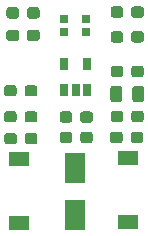
<source format=gbr>
G04 #@! TF.GenerationSoftware,KiCad,Pcbnew,(5.1.4-0)*
G04 #@! TF.CreationDate,2021-09-04T14:31:52+08:00*
G04 #@! TF.ProjectId,esp32-c3-breakout,65737033-322d-4633-932d-627265616b6f,V1.0*
G04 #@! TF.SameCoordinates,Original*
G04 #@! TF.FileFunction,Paste,Top*
G04 #@! TF.FilePolarity,Positive*
%FSLAX46Y46*%
G04 Gerber Fmt 4.6, Leading zero omitted, Abs format (unit mm)*
G04 Created by KiCad (PCBNEW (5.1.4-0)) date 2021-09-04 14:31:52*
%MOMM*%
%LPD*%
G04 APERTURE LIST*
%ADD10C,0.100000*%
%ADD11C,0.950000*%
%ADD12R,1.800000X2.500000*%
%ADD13R,1.700000X1.250000*%
%ADD14R,0.650000X1.060000*%
%ADD15R,0.700000X0.700000*%
%ADD16C,0.975000*%
G04 APERTURE END LIST*
D10*
G36*
X207334779Y-92538144D02*
G01*
X207357834Y-92541563D01*
X207380443Y-92547227D01*
X207402387Y-92555079D01*
X207423457Y-92565044D01*
X207443448Y-92577026D01*
X207462168Y-92590910D01*
X207479438Y-92606562D01*
X207495090Y-92623832D01*
X207508974Y-92642552D01*
X207520956Y-92662543D01*
X207530921Y-92683613D01*
X207538773Y-92705557D01*
X207544437Y-92728166D01*
X207547856Y-92751221D01*
X207549000Y-92774500D01*
X207549000Y-93249500D01*
X207547856Y-93272779D01*
X207544437Y-93295834D01*
X207538773Y-93318443D01*
X207530921Y-93340387D01*
X207520956Y-93361457D01*
X207508974Y-93381448D01*
X207495090Y-93400168D01*
X207479438Y-93417438D01*
X207462168Y-93433090D01*
X207443448Y-93446974D01*
X207423457Y-93458956D01*
X207402387Y-93468921D01*
X207380443Y-93476773D01*
X207357834Y-93482437D01*
X207334779Y-93485856D01*
X207311500Y-93487000D01*
X206736500Y-93487000D01*
X206713221Y-93485856D01*
X206690166Y-93482437D01*
X206667557Y-93476773D01*
X206645613Y-93468921D01*
X206624543Y-93458956D01*
X206604552Y-93446974D01*
X206585832Y-93433090D01*
X206568562Y-93417438D01*
X206552910Y-93400168D01*
X206539026Y-93381448D01*
X206527044Y-93361457D01*
X206517079Y-93340387D01*
X206509227Y-93318443D01*
X206503563Y-93295834D01*
X206500144Y-93272779D01*
X206499000Y-93249500D01*
X206499000Y-92774500D01*
X206500144Y-92751221D01*
X206503563Y-92728166D01*
X206509227Y-92705557D01*
X206517079Y-92683613D01*
X206527044Y-92662543D01*
X206539026Y-92642552D01*
X206552910Y-92623832D01*
X206568562Y-92606562D01*
X206585832Y-92590910D01*
X206604552Y-92577026D01*
X206624543Y-92565044D01*
X206645613Y-92555079D01*
X206667557Y-92547227D01*
X206690166Y-92541563D01*
X206713221Y-92538144D01*
X206736500Y-92537000D01*
X207311500Y-92537000D01*
X207334779Y-92538144D01*
X207334779Y-92538144D01*
G37*
D11*
X207024000Y-93012000D03*
D10*
G36*
X209084779Y-92538144D02*
G01*
X209107834Y-92541563D01*
X209130443Y-92547227D01*
X209152387Y-92555079D01*
X209173457Y-92565044D01*
X209193448Y-92577026D01*
X209212168Y-92590910D01*
X209229438Y-92606562D01*
X209245090Y-92623832D01*
X209258974Y-92642552D01*
X209270956Y-92662543D01*
X209280921Y-92683613D01*
X209288773Y-92705557D01*
X209294437Y-92728166D01*
X209297856Y-92751221D01*
X209299000Y-92774500D01*
X209299000Y-93249500D01*
X209297856Y-93272779D01*
X209294437Y-93295834D01*
X209288773Y-93318443D01*
X209280921Y-93340387D01*
X209270956Y-93361457D01*
X209258974Y-93381448D01*
X209245090Y-93400168D01*
X209229438Y-93417438D01*
X209212168Y-93433090D01*
X209193448Y-93446974D01*
X209173457Y-93458956D01*
X209152387Y-93468921D01*
X209130443Y-93476773D01*
X209107834Y-93482437D01*
X209084779Y-93485856D01*
X209061500Y-93487000D01*
X208486500Y-93487000D01*
X208463221Y-93485856D01*
X208440166Y-93482437D01*
X208417557Y-93476773D01*
X208395613Y-93468921D01*
X208374543Y-93458956D01*
X208354552Y-93446974D01*
X208335832Y-93433090D01*
X208318562Y-93417438D01*
X208302910Y-93400168D01*
X208289026Y-93381448D01*
X208277044Y-93361457D01*
X208267079Y-93340387D01*
X208259227Y-93318443D01*
X208253563Y-93295834D01*
X208250144Y-93272779D01*
X208249000Y-93249500D01*
X208249000Y-92774500D01*
X208250144Y-92751221D01*
X208253563Y-92728166D01*
X208259227Y-92705557D01*
X208267079Y-92683613D01*
X208277044Y-92662543D01*
X208289026Y-92642552D01*
X208302910Y-92623832D01*
X208318562Y-92606562D01*
X208335832Y-92590910D01*
X208354552Y-92577026D01*
X208374543Y-92565044D01*
X208395613Y-92555079D01*
X208417557Y-92547227D01*
X208440166Y-92541563D01*
X208463221Y-92538144D01*
X208486500Y-92537000D01*
X209061500Y-92537000D01*
X209084779Y-92538144D01*
X209084779Y-92538144D01*
G37*
D11*
X208774000Y-93012000D03*
D10*
G36*
X207334779Y-94268144D02*
G01*
X207357834Y-94271563D01*
X207380443Y-94277227D01*
X207402387Y-94285079D01*
X207423457Y-94295044D01*
X207443448Y-94307026D01*
X207462168Y-94320910D01*
X207479438Y-94336562D01*
X207495090Y-94353832D01*
X207508974Y-94372552D01*
X207520956Y-94392543D01*
X207530921Y-94413613D01*
X207538773Y-94435557D01*
X207544437Y-94458166D01*
X207547856Y-94481221D01*
X207549000Y-94504500D01*
X207549000Y-94979500D01*
X207547856Y-95002779D01*
X207544437Y-95025834D01*
X207538773Y-95048443D01*
X207530921Y-95070387D01*
X207520956Y-95091457D01*
X207508974Y-95111448D01*
X207495090Y-95130168D01*
X207479438Y-95147438D01*
X207462168Y-95163090D01*
X207443448Y-95176974D01*
X207423457Y-95188956D01*
X207402387Y-95198921D01*
X207380443Y-95206773D01*
X207357834Y-95212437D01*
X207334779Y-95215856D01*
X207311500Y-95217000D01*
X206736500Y-95217000D01*
X206713221Y-95215856D01*
X206690166Y-95212437D01*
X206667557Y-95206773D01*
X206645613Y-95198921D01*
X206624543Y-95188956D01*
X206604552Y-95176974D01*
X206585832Y-95163090D01*
X206568562Y-95147438D01*
X206552910Y-95130168D01*
X206539026Y-95111448D01*
X206527044Y-95091457D01*
X206517079Y-95070387D01*
X206509227Y-95048443D01*
X206503563Y-95025834D01*
X206500144Y-95002779D01*
X206499000Y-94979500D01*
X206499000Y-94504500D01*
X206500144Y-94481221D01*
X206503563Y-94458166D01*
X206509227Y-94435557D01*
X206517079Y-94413613D01*
X206527044Y-94392543D01*
X206539026Y-94372552D01*
X206552910Y-94353832D01*
X206568562Y-94336562D01*
X206585832Y-94320910D01*
X206604552Y-94307026D01*
X206624543Y-94295044D01*
X206645613Y-94285079D01*
X206667557Y-94277227D01*
X206690166Y-94271563D01*
X206713221Y-94268144D01*
X206736500Y-94267000D01*
X207311500Y-94267000D01*
X207334779Y-94268144D01*
X207334779Y-94268144D01*
G37*
D11*
X207024000Y-94742000D03*
D10*
G36*
X209084779Y-94268144D02*
G01*
X209107834Y-94271563D01*
X209130443Y-94277227D01*
X209152387Y-94285079D01*
X209173457Y-94295044D01*
X209193448Y-94307026D01*
X209212168Y-94320910D01*
X209229438Y-94336562D01*
X209245090Y-94353832D01*
X209258974Y-94372552D01*
X209270956Y-94392543D01*
X209280921Y-94413613D01*
X209288773Y-94435557D01*
X209294437Y-94458166D01*
X209297856Y-94481221D01*
X209299000Y-94504500D01*
X209299000Y-94979500D01*
X209297856Y-95002779D01*
X209294437Y-95025834D01*
X209288773Y-95048443D01*
X209280921Y-95070387D01*
X209270956Y-95091457D01*
X209258974Y-95111448D01*
X209245090Y-95130168D01*
X209229438Y-95147438D01*
X209212168Y-95163090D01*
X209193448Y-95176974D01*
X209173457Y-95188956D01*
X209152387Y-95198921D01*
X209130443Y-95206773D01*
X209107834Y-95212437D01*
X209084779Y-95215856D01*
X209061500Y-95217000D01*
X208486500Y-95217000D01*
X208463221Y-95215856D01*
X208440166Y-95212437D01*
X208417557Y-95206773D01*
X208395613Y-95198921D01*
X208374543Y-95188956D01*
X208354552Y-95176974D01*
X208335832Y-95163090D01*
X208318562Y-95147438D01*
X208302910Y-95130168D01*
X208289026Y-95111448D01*
X208277044Y-95091457D01*
X208267079Y-95070387D01*
X208259227Y-95048443D01*
X208253563Y-95025834D01*
X208250144Y-95002779D01*
X208249000Y-94979500D01*
X208249000Y-94504500D01*
X208250144Y-94481221D01*
X208253563Y-94458166D01*
X208259227Y-94435557D01*
X208267079Y-94413613D01*
X208277044Y-94392543D01*
X208289026Y-94372552D01*
X208302910Y-94353832D01*
X208318562Y-94336562D01*
X208335832Y-94320910D01*
X208354552Y-94307026D01*
X208374543Y-94295044D01*
X208395613Y-94285079D01*
X208417557Y-94277227D01*
X208440166Y-94271563D01*
X208463221Y-94268144D01*
X208486500Y-94267000D01*
X209061500Y-94267000D01*
X209084779Y-94268144D01*
X209084779Y-94268144D01*
G37*
D11*
X208774000Y-94742000D03*
D10*
G36*
X211652779Y-88680144D02*
G01*
X211675834Y-88683563D01*
X211698443Y-88689227D01*
X211720387Y-88697079D01*
X211741457Y-88707044D01*
X211761448Y-88719026D01*
X211780168Y-88732910D01*
X211797438Y-88748562D01*
X211813090Y-88765832D01*
X211826974Y-88784552D01*
X211838956Y-88804543D01*
X211848921Y-88825613D01*
X211856773Y-88847557D01*
X211862437Y-88870166D01*
X211865856Y-88893221D01*
X211867000Y-88916500D01*
X211867000Y-89391500D01*
X211865856Y-89414779D01*
X211862437Y-89437834D01*
X211856773Y-89460443D01*
X211848921Y-89482387D01*
X211838956Y-89503457D01*
X211826974Y-89523448D01*
X211813090Y-89542168D01*
X211797438Y-89559438D01*
X211780168Y-89575090D01*
X211761448Y-89588974D01*
X211741457Y-89600956D01*
X211720387Y-89610921D01*
X211698443Y-89618773D01*
X211675834Y-89624437D01*
X211652779Y-89627856D01*
X211629500Y-89629000D01*
X211054500Y-89629000D01*
X211031221Y-89627856D01*
X211008166Y-89624437D01*
X210985557Y-89618773D01*
X210963613Y-89610921D01*
X210942543Y-89600956D01*
X210922552Y-89588974D01*
X210903832Y-89575090D01*
X210886562Y-89559438D01*
X210870910Y-89542168D01*
X210857026Y-89523448D01*
X210845044Y-89503457D01*
X210835079Y-89482387D01*
X210827227Y-89460443D01*
X210821563Y-89437834D01*
X210818144Y-89414779D01*
X210817000Y-89391500D01*
X210817000Y-88916500D01*
X210818144Y-88893221D01*
X210821563Y-88870166D01*
X210827227Y-88847557D01*
X210835079Y-88825613D01*
X210845044Y-88804543D01*
X210857026Y-88784552D01*
X210870910Y-88765832D01*
X210886562Y-88748562D01*
X210903832Y-88732910D01*
X210922552Y-88719026D01*
X210942543Y-88707044D01*
X210963613Y-88697079D01*
X210985557Y-88689227D01*
X211008166Y-88683563D01*
X211031221Y-88680144D01*
X211054500Y-88679000D01*
X211629500Y-88679000D01*
X211652779Y-88680144D01*
X211652779Y-88680144D01*
G37*
D11*
X211342000Y-89154000D03*
D10*
G36*
X213402779Y-88680144D02*
G01*
X213425834Y-88683563D01*
X213448443Y-88689227D01*
X213470387Y-88697079D01*
X213491457Y-88707044D01*
X213511448Y-88719026D01*
X213530168Y-88732910D01*
X213547438Y-88748562D01*
X213563090Y-88765832D01*
X213576974Y-88784552D01*
X213588956Y-88804543D01*
X213598921Y-88825613D01*
X213606773Y-88847557D01*
X213612437Y-88870166D01*
X213615856Y-88893221D01*
X213617000Y-88916500D01*
X213617000Y-89391500D01*
X213615856Y-89414779D01*
X213612437Y-89437834D01*
X213606773Y-89460443D01*
X213598921Y-89482387D01*
X213588956Y-89503457D01*
X213576974Y-89523448D01*
X213563090Y-89542168D01*
X213547438Y-89559438D01*
X213530168Y-89575090D01*
X213511448Y-89588974D01*
X213491457Y-89600956D01*
X213470387Y-89610921D01*
X213448443Y-89618773D01*
X213425834Y-89624437D01*
X213402779Y-89627856D01*
X213379500Y-89629000D01*
X212804500Y-89629000D01*
X212781221Y-89627856D01*
X212758166Y-89624437D01*
X212735557Y-89618773D01*
X212713613Y-89610921D01*
X212692543Y-89600956D01*
X212672552Y-89588974D01*
X212653832Y-89575090D01*
X212636562Y-89559438D01*
X212620910Y-89542168D01*
X212607026Y-89523448D01*
X212595044Y-89503457D01*
X212585079Y-89482387D01*
X212577227Y-89460443D01*
X212571563Y-89437834D01*
X212568144Y-89414779D01*
X212567000Y-89391500D01*
X212567000Y-88916500D01*
X212568144Y-88893221D01*
X212571563Y-88870166D01*
X212577227Y-88847557D01*
X212585079Y-88825613D01*
X212595044Y-88804543D01*
X212607026Y-88784552D01*
X212620910Y-88765832D01*
X212636562Y-88748562D01*
X212653832Y-88732910D01*
X212672552Y-88719026D01*
X212692543Y-88707044D01*
X212713613Y-88697079D01*
X212735557Y-88689227D01*
X212758166Y-88683563D01*
X212781221Y-88680144D01*
X212804500Y-88679000D01*
X213379500Y-88679000D01*
X213402779Y-88680144D01*
X213402779Y-88680144D01*
G37*
D11*
X213092000Y-89154000D03*
D10*
G36*
X202835779Y-85626144D02*
G01*
X202858834Y-85629563D01*
X202881443Y-85635227D01*
X202903387Y-85643079D01*
X202924457Y-85653044D01*
X202944448Y-85665026D01*
X202963168Y-85678910D01*
X202980438Y-85694562D01*
X202996090Y-85711832D01*
X203009974Y-85730552D01*
X203021956Y-85750543D01*
X203031921Y-85771613D01*
X203039773Y-85793557D01*
X203045437Y-85816166D01*
X203048856Y-85839221D01*
X203050000Y-85862500D01*
X203050000Y-86337500D01*
X203048856Y-86360779D01*
X203045437Y-86383834D01*
X203039773Y-86406443D01*
X203031921Y-86428387D01*
X203021956Y-86449457D01*
X203009974Y-86469448D01*
X202996090Y-86488168D01*
X202980438Y-86505438D01*
X202963168Y-86521090D01*
X202944448Y-86534974D01*
X202924457Y-86546956D01*
X202903387Y-86556921D01*
X202881443Y-86564773D01*
X202858834Y-86570437D01*
X202835779Y-86573856D01*
X202812500Y-86575000D01*
X202237500Y-86575000D01*
X202214221Y-86573856D01*
X202191166Y-86570437D01*
X202168557Y-86564773D01*
X202146613Y-86556921D01*
X202125543Y-86546956D01*
X202105552Y-86534974D01*
X202086832Y-86521090D01*
X202069562Y-86505438D01*
X202053910Y-86488168D01*
X202040026Y-86469448D01*
X202028044Y-86449457D01*
X202018079Y-86428387D01*
X202010227Y-86406443D01*
X202004563Y-86383834D01*
X202001144Y-86360779D01*
X202000000Y-86337500D01*
X202000000Y-85862500D01*
X202001144Y-85839221D01*
X202004563Y-85816166D01*
X202010227Y-85793557D01*
X202018079Y-85771613D01*
X202028044Y-85750543D01*
X202040026Y-85730552D01*
X202053910Y-85711832D01*
X202069562Y-85694562D01*
X202086832Y-85678910D01*
X202105552Y-85665026D01*
X202125543Y-85653044D01*
X202146613Y-85643079D01*
X202168557Y-85635227D01*
X202191166Y-85629563D01*
X202214221Y-85626144D01*
X202237500Y-85625000D01*
X202812500Y-85625000D01*
X202835779Y-85626144D01*
X202835779Y-85626144D01*
G37*
D11*
X202525000Y-86100000D03*
D10*
G36*
X204585779Y-85626144D02*
G01*
X204608834Y-85629563D01*
X204631443Y-85635227D01*
X204653387Y-85643079D01*
X204674457Y-85653044D01*
X204694448Y-85665026D01*
X204713168Y-85678910D01*
X204730438Y-85694562D01*
X204746090Y-85711832D01*
X204759974Y-85730552D01*
X204771956Y-85750543D01*
X204781921Y-85771613D01*
X204789773Y-85793557D01*
X204795437Y-85816166D01*
X204798856Y-85839221D01*
X204800000Y-85862500D01*
X204800000Y-86337500D01*
X204798856Y-86360779D01*
X204795437Y-86383834D01*
X204789773Y-86406443D01*
X204781921Y-86428387D01*
X204771956Y-86449457D01*
X204759974Y-86469448D01*
X204746090Y-86488168D01*
X204730438Y-86505438D01*
X204713168Y-86521090D01*
X204694448Y-86534974D01*
X204674457Y-86546956D01*
X204653387Y-86556921D01*
X204631443Y-86564773D01*
X204608834Y-86570437D01*
X204585779Y-86573856D01*
X204562500Y-86575000D01*
X203987500Y-86575000D01*
X203964221Y-86573856D01*
X203941166Y-86570437D01*
X203918557Y-86564773D01*
X203896613Y-86556921D01*
X203875543Y-86546956D01*
X203855552Y-86534974D01*
X203836832Y-86521090D01*
X203819562Y-86505438D01*
X203803910Y-86488168D01*
X203790026Y-86469448D01*
X203778044Y-86449457D01*
X203768079Y-86428387D01*
X203760227Y-86406443D01*
X203754563Y-86383834D01*
X203751144Y-86360779D01*
X203750000Y-86337500D01*
X203750000Y-85862500D01*
X203751144Y-85839221D01*
X203754563Y-85816166D01*
X203760227Y-85793557D01*
X203768079Y-85771613D01*
X203778044Y-85750543D01*
X203790026Y-85730552D01*
X203803910Y-85711832D01*
X203819562Y-85694562D01*
X203836832Y-85678910D01*
X203855552Y-85665026D01*
X203875543Y-85653044D01*
X203896613Y-85643079D01*
X203918557Y-85635227D01*
X203941166Y-85629563D01*
X203964221Y-85626144D01*
X203987500Y-85625000D01*
X204562500Y-85625000D01*
X204585779Y-85626144D01*
X204585779Y-85626144D01*
G37*
D11*
X204275000Y-86100000D03*
D10*
G36*
X204585779Y-83726144D02*
G01*
X204608834Y-83729563D01*
X204631443Y-83735227D01*
X204653387Y-83743079D01*
X204674457Y-83753044D01*
X204694448Y-83765026D01*
X204713168Y-83778910D01*
X204730438Y-83794562D01*
X204746090Y-83811832D01*
X204759974Y-83830552D01*
X204771956Y-83850543D01*
X204781921Y-83871613D01*
X204789773Y-83893557D01*
X204795437Y-83916166D01*
X204798856Y-83939221D01*
X204800000Y-83962500D01*
X204800000Y-84437500D01*
X204798856Y-84460779D01*
X204795437Y-84483834D01*
X204789773Y-84506443D01*
X204781921Y-84528387D01*
X204771956Y-84549457D01*
X204759974Y-84569448D01*
X204746090Y-84588168D01*
X204730438Y-84605438D01*
X204713168Y-84621090D01*
X204694448Y-84634974D01*
X204674457Y-84646956D01*
X204653387Y-84656921D01*
X204631443Y-84664773D01*
X204608834Y-84670437D01*
X204585779Y-84673856D01*
X204562500Y-84675000D01*
X203987500Y-84675000D01*
X203964221Y-84673856D01*
X203941166Y-84670437D01*
X203918557Y-84664773D01*
X203896613Y-84656921D01*
X203875543Y-84646956D01*
X203855552Y-84634974D01*
X203836832Y-84621090D01*
X203819562Y-84605438D01*
X203803910Y-84588168D01*
X203790026Y-84569448D01*
X203778044Y-84549457D01*
X203768079Y-84528387D01*
X203760227Y-84506443D01*
X203754563Y-84483834D01*
X203751144Y-84460779D01*
X203750000Y-84437500D01*
X203750000Y-83962500D01*
X203751144Y-83939221D01*
X203754563Y-83916166D01*
X203760227Y-83893557D01*
X203768079Y-83871613D01*
X203778044Y-83850543D01*
X203790026Y-83830552D01*
X203803910Y-83811832D01*
X203819562Y-83794562D01*
X203836832Y-83778910D01*
X203855552Y-83765026D01*
X203875543Y-83753044D01*
X203896613Y-83743079D01*
X203918557Y-83735227D01*
X203941166Y-83729563D01*
X203964221Y-83726144D01*
X203987500Y-83725000D01*
X204562500Y-83725000D01*
X204585779Y-83726144D01*
X204585779Y-83726144D01*
G37*
D11*
X204275000Y-84200000D03*
D10*
G36*
X202835779Y-83726144D02*
G01*
X202858834Y-83729563D01*
X202881443Y-83735227D01*
X202903387Y-83743079D01*
X202924457Y-83753044D01*
X202944448Y-83765026D01*
X202963168Y-83778910D01*
X202980438Y-83794562D01*
X202996090Y-83811832D01*
X203009974Y-83830552D01*
X203021956Y-83850543D01*
X203031921Y-83871613D01*
X203039773Y-83893557D01*
X203045437Y-83916166D01*
X203048856Y-83939221D01*
X203050000Y-83962500D01*
X203050000Y-84437500D01*
X203048856Y-84460779D01*
X203045437Y-84483834D01*
X203039773Y-84506443D01*
X203031921Y-84528387D01*
X203021956Y-84549457D01*
X203009974Y-84569448D01*
X202996090Y-84588168D01*
X202980438Y-84605438D01*
X202963168Y-84621090D01*
X202944448Y-84634974D01*
X202924457Y-84646956D01*
X202903387Y-84656921D01*
X202881443Y-84664773D01*
X202858834Y-84670437D01*
X202835779Y-84673856D01*
X202812500Y-84675000D01*
X202237500Y-84675000D01*
X202214221Y-84673856D01*
X202191166Y-84670437D01*
X202168557Y-84664773D01*
X202146613Y-84656921D01*
X202125543Y-84646956D01*
X202105552Y-84634974D01*
X202086832Y-84621090D01*
X202069562Y-84605438D01*
X202053910Y-84588168D01*
X202040026Y-84569448D01*
X202028044Y-84549457D01*
X202018079Y-84528387D01*
X202010227Y-84506443D01*
X202004563Y-84483834D01*
X202001144Y-84460779D01*
X202000000Y-84437500D01*
X202000000Y-83962500D01*
X202001144Y-83939221D01*
X202004563Y-83916166D01*
X202010227Y-83893557D01*
X202018079Y-83871613D01*
X202028044Y-83850543D01*
X202040026Y-83830552D01*
X202053910Y-83811832D01*
X202069562Y-83794562D01*
X202086832Y-83778910D01*
X202105552Y-83765026D01*
X202125543Y-83753044D01*
X202146613Y-83743079D01*
X202168557Y-83735227D01*
X202191166Y-83729563D01*
X202214221Y-83726144D01*
X202237500Y-83725000D01*
X202812500Y-83725000D01*
X202835779Y-83726144D01*
X202835779Y-83726144D01*
G37*
D11*
X202525000Y-84200000D03*
D10*
G36*
X204402779Y-94368144D02*
G01*
X204425834Y-94371563D01*
X204448443Y-94377227D01*
X204470387Y-94385079D01*
X204491457Y-94395044D01*
X204511448Y-94407026D01*
X204530168Y-94420910D01*
X204547438Y-94436562D01*
X204563090Y-94453832D01*
X204576974Y-94472552D01*
X204588956Y-94492543D01*
X204598921Y-94513613D01*
X204606773Y-94535557D01*
X204612437Y-94558166D01*
X204615856Y-94581221D01*
X204617000Y-94604500D01*
X204617000Y-95079500D01*
X204615856Y-95102779D01*
X204612437Y-95125834D01*
X204606773Y-95148443D01*
X204598921Y-95170387D01*
X204588956Y-95191457D01*
X204576974Y-95211448D01*
X204563090Y-95230168D01*
X204547438Y-95247438D01*
X204530168Y-95263090D01*
X204511448Y-95276974D01*
X204491457Y-95288956D01*
X204470387Y-95298921D01*
X204448443Y-95306773D01*
X204425834Y-95312437D01*
X204402779Y-95315856D01*
X204379500Y-95317000D01*
X203804500Y-95317000D01*
X203781221Y-95315856D01*
X203758166Y-95312437D01*
X203735557Y-95306773D01*
X203713613Y-95298921D01*
X203692543Y-95288956D01*
X203672552Y-95276974D01*
X203653832Y-95263090D01*
X203636562Y-95247438D01*
X203620910Y-95230168D01*
X203607026Y-95211448D01*
X203595044Y-95191457D01*
X203585079Y-95170387D01*
X203577227Y-95148443D01*
X203571563Y-95125834D01*
X203568144Y-95102779D01*
X203567000Y-95079500D01*
X203567000Y-94604500D01*
X203568144Y-94581221D01*
X203571563Y-94558166D01*
X203577227Y-94535557D01*
X203585079Y-94513613D01*
X203595044Y-94492543D01*
X203607026Y-94472552D01*
X203620910Y-94453832D01*
X203636562Y-94436562D01*
X203653832Y-94420910D01*
X203672552Y-94407026D01*
X203692543Y-94395044D01*
X203713613Y-94385079D01*
X203735557Y-94377227D01*
X203758166Y-94371563D01*
X203781221Y-94368144D01*
X203804500Y-94367000D01*
X204379500Y-94367000D01*
X204402779Y-94368144D01*
X204402779Y-94368144D01*
G37*
D11*
X204092000Y-94842000D03*
D10*
G36*
X202652779Y-94368144D02*
G01*
X202675834Y-94371563D01*
X202698443Y-94377227D01*
X202720387Y-94385079D01*
X202741457Y-94395044D01*
X202761448Y-94407026D01*
X202780168Y-94420910D01*
X202797438Y-94436562D01*
X202813090Y-94453832D01*
X202826974Y-94472552D01*
X202838956Y-94492543D01*
X202848921Y-94513613D01*
X202856773Y-94535557D01*
X202862437Y-94558166D01*
X202865856Y-94581221D01*
X202867000Y-94604500D01*
X202867000Y-95079500D01*
X202865856Y-95102779D01*
X202862437Y-95125834D01*
X202856773Y-95148443D01*
X202848921Y-95170387D01*
X202838956Y-95191457D01*
X202826974Y-95211448D01*
X202813090Y-95230168D01*
X202797438Y-95247438D01*
X202780168Y-95263090D01*
X202761448Y-95276974D01*
X202741457Y-95288956D01*
X202720387Y-95298921D01*
X202698443Y-95306773D01*
X202675834Y-95312437D01*
X202652779Y-95315856D01*
X202629500Y-95317000D01*
X202054500Y-95317000D01*
X202031221Y-95315856D01*
X202008166Y-95312437D01*
X201985557Y-95306773D01*
X201963613Y-95298921D01*
X201942543Y-95288956D01*
X201922552Y-95276974D01*
X201903832Y-95263090D01*
X201886562Y-95247438D01*
X201870910Y-95230168D01*
X201857026Y-95211448D01*
X201845044Y-95191457D01*
X201835079Y-95170387D01*
X201827227Y-95148443D01*
X201821563Y-95125834D01*
X201818144Y-95102779D01*
X201817000Y-95079500D01*
X201817000Y-94604500D01*
X201818144Y-94581221D01*
X201821563Y-94558166D01*
X201827227Y-94535557D01*
X201835079Y-94513613D01*
X201845044Y-94492543D01*
X201857026Y-94472552D01*
X201870910Y-94453832D01*
X201886562Y-94436562D01*
X201903832Y-94420910D01*
X201922552Y-94407026D01*
X201942543Y-94395044D01*
X201963613Y-94385079D01*
X201985557Y-94377227D01*
X202008166Y-94371563D01*
X202031221Y-94368144D01*
X202054500Y-94367000D01*
X202629500Y-94367000D01*
X202652779Y-94368144D01*
X202652779Y-94368144D01*
G37*
D11*
X202342000Y-94842000D03*
D10*
G36*
X202635779Y-92526144D02*
G01*
X202658834Y-92529563D01*
X202681443Y-92535227D01*
X202703387Y-92543079D01*
X202724457Y-92553044D01*
X202744448Y-92565026D01*
X202763168Y-92578910D01*
X202780438Y-92594562D01*
X202796090Y-92611832D01*
X202809974Y-92630552D01*
X202821956Y-92650543D01*
X202831921Y-92671613D01*
X202839773Y-92693557D01*
X202845437Y-92716166D01*
X202848856Y-92739221D01*
X202850000Y-92762500D01*
X202850000Y-93237500D01*
X202848856Y-93260779D01*
X202845437Y-93283834D01*
X202839773Y-93306443D01*
X202831921Y-93328387D01*
X202821956Y-93349457D01*
X202809974Y-93369448D01*
X202796090Y-93388168D01*
X202780438Y-93405438D01*
X202763168Y-93421090D01*
X202744448Y-93434974D01*
X202724457Y-93446956D01*
X202703387Y-93456921D01*
X202681443Y-93464773D01*
X202658834Y-93470437D01*
X202635779Y-93473856D01*
X202612500Y-93475000D01*
X202037500Y-93475000D01*
X202014221Y-93473856D01*
X201991166Y-93470437D01*
X201968557Y-93464773D01*
X201946613Y-93456921D01*
X201925543Y-93446956D01*
X201905552Y-93434974D01*
X201886832Y-93421090D01*
X201869562Y-93405438D01*
X201853910Y-93388168D01*
X201840026Y-93369448D01*
X201828044Y-93349457D01*
X201818079Y-93328387D01*
X201810227Y-93306443D01*
X201804563Y-93283834D01*
X201801144Y-93260779D01*
X201800000Y-93237500D01*
X201800000Y-92762500D01*
X201801144Y-92739221D01*
X201804563Y-92716166D01*
X201810227Y-92693557D01*
X201818079Y-92671613D01*
X201828044Y-92650543D01*
X201840026Y-92630552D01*
X201853910Y-92611832D01*
X201869562Y-92594562D01*
X201886832Y-92578910D01*
X201905552Y-92565026D01*
X201925543Y-92553044D01*
X201946613Y-92543079D01*
X201968557Y-92535227D01*
X201991166Y-92529563D01*
X202014221Y-92526144D01*
X202037500Y-92525000D01*
X202612500Y-92525000D01*
X202635779Y-92526144D01*
X202635779Y-92526144D01*
G37*
D11*
X202325000Y-93000000D03*
D10*
G36*
X204385779Y-92526144D02*
G01*
X204408834Y-92529563D01*
X204431443Y-92535227D01*
X204453387Y-92543079D01*
X204474457Y-92553044D01*
X204494448Y-92565026D01*
X204513168Y-92578910D01*
X204530438Y-92594562D01*
X204546090Y-92611832D01*
X204559974Y-92630552D01*
X204571956Y-92650543D01*
X204581921Y-92671613D01*
X204589773Y-92693557D01*
X204595437Y-92716166D01*
X204598856Y-92739221D01*
X204600000Y-92762500D01*
X204600000Y-93237500D01*
X204598856Y-93260779D01*
X204595437Y-93283834D01*
X204589773Y-93306443D01*
X204581921Y-93328387D01*
X204571956Y-93349457D01*
X204559974Y-93369448D01*
X204546090Y-93388168D01*
X204530438Y-93405438D01*
X204513168Y-93421090D01*
X204494448Y-93434974D01*
X204474457Y-93446956D01*
X204453387Y-93456921D01*
X204431443Y-93464773D01*
X204408834Y-93470437D01*
X204385779Y-93473856D01*
X204362500Y-93475000D01*
X203787500Y-93475000D01*
X203764221Y-93473856D01*
X203741166Y-93470437D01*
X203718557Y-93464773D01*
X203696613Y-93456921D01*
X203675543Y-93446956D01*
X203655552Y-93434974D01*
X203636832Y-93421090D01*
X203619562Y-93405438D01*
X203603910Y-93388168D01*
X203590026Y-93369448D01*
X203578044Y-93349457D01*
X203568079Y-93328387D01*
X203560227Y-93306443D01*
X203554563Y-93283834D01*
X203551144Y-93260779D01*
X203550000Y-93237500D01*
X203550000Y-92762500D01*
X203551144Y-92739221D01*
X203554563Y-92716166D01*
X203560227Y-92693557D01*
X203568079Y-92671613D01*
X203578044Y-92650543D01*
X203590026Y-92630552D01*
X203603910Y-92611832D01*
X203619562Y-92594562D01*
X203636832Y-92578910D01*
X203655552Y-92565026D01*
X203675543Y-92553044D01*
X203696613Y-92543079D01*
X203718557Y-92535227D01*
X203741166Y-92529563D01*
X203764221Y-92526144D01*
X203787500Y-92525000D01*
X204362500Y-92525000D01*
X204385779Y-92526144D01*
X204385779Y-92526144D01*
G37*
D11*
X204075000Y-93000000D03*
D10*
G36*
X211612779Y-94268144D02*
G01*
X211635834Y-94271563D01*
X211658443Y-94277227D01*
X211680387Y-94285079D01*
X211701457Y-94295044D01*
X211721448Y-94307026D01*
X211740168Y-94320910D01*
X211757438Y-94336562D01*
X211773090Y-94353832D01*
X211786974Y-94372552D01*
X211798956Y-94392543D01*
X211808921Y-94413613D01*
X211816773Y-94435557D01*
X211822437Y-94458166D01*
X211825856Y-94481221D01*
X211827000Y-94504500D01*
X211827000Y-94979500D01*
X211825856Y-95002779D01*
X211822437Y-95025834D01*
X211816773Y-95048443D01*
X211808921Y-95070387D01*
X211798956Y-95091457D01*
X211786974Y-95111448D01*
X211773090Y-95130168D01*
X211757438Y-95147438D01*
X211740168Y-95163090D01*
X211721448Y-95176974D01*
X211701457Y-95188956D01*
X211680387Y-95198921D01*
X211658443Y-95206773D01*
X211635834Y-95212437D01*
X211612779Y-95215856D01*
X211589500Y-95217000D01*
X211014500Y-95217000D01*
X210991221Y-95215856D01*
X210968166Y-95212437D01*
X210945557Y-95206773D01*
X210923613Y-95198921D01*
X210902543Y-95188956D01*
X210882552Y-95176974D01*
X210863832Y-95163090D01*
X210846562Y-95147438D01*
X210830910Y-95130168D01*
X210817026Y-95111448D01*
X210805044Y-95091457D01*
X210795079Y-95070387D01*
X210787227Y-95048443D01*
X210781563Y-95025834D01*
X210778144Y-95002779D01*
X210777000Y-94979500D01*
X210777000Y-94504500D01*
X210778144Y-94481221D01*
X210781563Y-94458166D01*
X210787227Y-94435557D01*
X210795079Y-94413613D01*
X210805044Y-94392543D01*
X210817026Y-94372552D01*
X210830910Y-94353832D01*
X210846562Y-94336562D01*
X210863832Y-94320910D01*
X210882552Y-94307026D01*
X210902543Y-94295044D01*
X210923613Y-94285079D01*
X210945557Y-94277227D01*
X210968166Y-94271563D01*
X210991221Y-94268144D01*
X211014500Y-94267000D01*
X211589500Y-94267000D01*
X211612779Y-94268144D01*
X211612779Y-94268144D01*
G37*
D11*
X211302000Y-94742000D03*
D10*
G36*
X213362779Y-94268144D02*
G01*
X213385834Y-94271563D01*
X213408443Y-94277227D01*
X213430387Y-94285079D01*
X213451457Y-94295044D01*
X213471448Y-94307026D01*
X213490168Y-94320910D01*
X213507438Y-94336562D01*
X213523090Y-94353832D01*
X213536974Y-94372552D01*
X213548956Y-94392543D01*
X213558921Y-94413613D01*
X213566773Y-94435557D01*
X213572437Y-94458166D01*
X213575856Y-94481221D01*
X213577000Y-94504500D01*
X213577000Y-94979500D01*
X213575856Y-95002779D01*
X213572437Y-95025834D01*
X213566773Y-95048443D01*
X213558921Y-95070387D01*
X213548956Y-95091457D01*
X213536974Y-95111448D01*
X213523090Y-95130168D01*
X213507438Y-95147438D01*
X213490168Y-95163090D01*
X213471448Y-95176974D01*
X213451457Y-95188956D01*
X213430387Y-95198921D01*
X213408443Y-95206773D01*
X213385834Y-95212437D01*
X213362779Y-95215856D01*
X213339500Y-95217000D01*
X212764500Y-95217000D01*
X212741221Y-95215856D01*
X212718166Y-95212437D01*
X212695557Y-95206773D01*
X212673613Y-95198921D01*
X212652543Y-95188956D01*
X212632552Y-95176974D01*
X212613832Y-95163090D01*
X212596562Y-95147438D01*
X212580910Y-95130168D01*
X212567026Y-95111448D01*
X212555044Y-95091457D01*
X212545079Y-95070387D01*
X212537227Y-95048443D01*
X212531563Y-95025834D01*
X212528144Y-95002779D01*
X212527000Y-94979500D01*
X212527000Y-94504500D01*
X212528144Y-94481221D01*
X212531563Y-94458166D01*
X212537227Y-94435557D01*
X212545079Y-94413613D01*
X212555044Y-94392543D01*
X212567026Y-94372552D01*
X212580910Y-94353832D01*
X212596562Y-94336562D01*
X212613832Y-94320910D01*
X212632552Y-94307026D01*
X212652543Y-94295044D01*
X212673613Y-94285079D01*
X212695557Y-94277227D01*
X212718166Y-94271563D01*
X212741221Y-94268144D01*
X212764500Y-94267000D01*
X213339500Y-94267000D01*
X213362779Y-94268144D01*
X213362779Y-94268144D01*
G37*
D11*
X213052000Y-94742000D03*
D12*
X207772000Y-97314000D03*
X207772000Y-101314000D03*
D10*
G36*
X211652779Y-92490144D02*
G01*
X211675834Y-92493563D01*
X211698443Y-92499227D01*
X211720387Y-92507079D01*
X211741457Y-92517044D01*
X211761448Y-92529026D01*
X211780168Y-92542910D01*
X211797438Y-92558562D01*
X211813090Y-92575832D01*
X211826974Y-92594552D01*
X211838956Y-92614543D01*
X211848921Y-92635613D01*
X211856773Y-92657557D01*
X211862437Y-92680166D01*
X211865856Y-92703221D01*
X211867000Y-92726500D01*
X211867000Y-93201500D01*
X211865856Y-93224779D01*
X211862437Y-93247834D01*
X211856773Y-93270443D01*
X211848921Y-93292387D01*
X211838956Y-93313457D01*
X211826974Y-93333448D01*
X211813090Y-93352168D01*
X211797438Y-93369438D01*
X211780168Y-93385090D01*
X211761448Y-93398974D01*
X211741457Y-93410956D01*
X211720387Y-93420921D01*
X211698443Y-93428773D01*
X211675834Y-93434437D01*
X211652779Y-93437856D01*
X211629500Y-93439000D01*
X211054500Y-93439000D01*
X211031221Y-93437856D01*
X211008166Y-93434437D01*
X210985557Y-93428773D01*
X210963613Y-93420921D01*
X210942543Y-93410956D01*
X210922552Y-93398974D01*
X210903832Y-93385090D01*
X210886562Y-93369438D01*
X210870910Y-93352168D01*
X210857026Y-93333448D01*
X210845044Y-93313457D01*
X210835079Y-93292387D01*
X210827227Y-93270443D01*
X210821563Y-93247834D01*
X210818144Y-93224779D01*
X210817000Y-93201500D01*
X210817000Y-92726500D01*
X210818144Y-92703221D01*
X210821563Y-92680166D01*
X210827227Y-92657557D01*
X210835079Y-92635613D01*
X210845044Y-92614543D01*
X210857026Y-92594552D01*
X210870910Y-92575832D01*
X210886562Y-92558562D01*
X210903832Y-92542910D01*
X210922552Y-92529026D01*
X210942543Y-92517044D01*
X210963613Y-92507079D01*
X210985557Y-92499227D01*
X211008166Y-92493563D01*
X211031221Y-92490144D01*
X211054500Y-92489000D01*
X211629500Y-92489000D01*
X211652779Y-92490144D01*
X211652779Y-92490144D01*
G37*
D11*
X211342000Y-92964000D03*
D10*
G36*
X213402779Y-92490144D02*
G01*
X213425834Y-92493563D01*
X213448443Y-92499227D01*
X213470387Y-92507079D01*
X213491457Y-92517044D01*
X213511448Y-92529026D01*
X213530168Y-92542910D01*
X213547438Y-92558562D01*
X213563090Y-92575832D01*
X213576974Y-92594552D01*
X213588956Y-92614543D01*
X213598921Y-92635613D01*
X213606773Y-92657557D01*
X213612437Y-92680166D01*
X213615856Y-92703221D01*
X213617000Y-92726500D01*
X213617000Y-93201500D01*
X213615856Y-93224779D01*
X213612437Y-93247834D01*
X213606773Y-93270443D01*
X213598921Y-93292387D01*
X213588956Y-93313457D01*
X213576974Y-93333448D01*
X213563090Y-93352168D01*
X213547438Y-93369438D01*
X213530168Y-93385090D01*
X213511448Y-93398974D01*
X213491457Y-93410956D01*
X213470387Y-93420921D01*
X213448443Y-93428773D01*
X213425834Y-93434437D01*
X213402779Y-93437856D01*
X213379500Y-93439000D01*
X212804500Y-93439000D01*
X212781221Y-93437856D01*
X212758166Y-93434437D01*
X212735557Y-93428773D01*
X212713613Y-93420921D01*
X212692543Y-93410956D01*
X212672552Y-93398974D01*
X212653832Y-93385090D01*
X212636562Y-93369438D01*
X212620910Y-93352168D01*
X212607026Y-93333448D01*
X212595044Y-93313457D01*
X212585079Y-93292387D01*
X212577227Y-93270443D01*
X212571563Y-93247834D01*
X212568144Y-93224779D01*
X212567000Y-93201500D01*
X212567000Y-92726500D01*
X212568144Y-92703221D01*
X212571563Y-92680166D01*
X212577227Y-92657557D01*
X212585079Y-92635613D01*
X212595044Y-92614543D01*
X212607026Y-92594552D01*
X212620910Y-92575832D01*
X212636562Y-92558562D01*
X212653832Y-92542910D01*
X212672552Y-92529026D01*
X212692543Y-92517044D01*
X212713613Y-92507079D01*
X212735557Y-92499227D01*
X212758166Y-92493563D01*
X212781221Y-92490144D01*
X212804500Y-92489000D01*
X213379500Y-92489000D01*
X213402779Y-92490144D01*
X213402779Y-92490144D01*
G37*
D11*
X213092000Y-92964000D03*
D10*
G36*
X213402779Y-85759144D02*
G01*
X213425834Y-85762563D01*
X213448443Y-85768227D01*
X213470387Y-85776079D01*
X213491457Y-85786044D01*
X213511448Y-85798026D01*
X213530168Y-85811910D01*
X213547438Y-85827562D01*
X213563090Y-85844832D01*
X213576974Y-85863552D01*
X213588956Y-85883543D01*
X213598921Y-85904613D01*
X213606773Y-85926557D01*
X213612437Y-85949166D01*
X213615856Y-85972221D01*
X213617000Y-85995500D01*
X213617000Y-86470500D01*
X213615856Y-86493779D01*
X213612437Y-86516834D01*
X213606773Y-86539443D01*
X213598921Y-86561387D01*
X213588956Y-86582457D01*
X213576974Y-86602448D01*
X213563090Y-86621168D01*
X213547438Y-86638438D01*
X213530168Y-86654090D01*
X213511448Y-86667974D01*
X213491457Y-86679956D01*
X213470387Y-86689921D01*
X213448443Y-86697773D01*
X213425834Y-86703437D01*
X213402779Y-86706856D01*
X213379500Y-86708000D01*
X212804500Y-86708000D01*
X212781221Y-86706856D01*
X212758166Y-86703437D01*
X212735557Y-86697773D01*
X212713613Y-86689921D01*
X212692543Y-86679956D01*
X212672552Y-86667974D01*
X212653832Y-86654090D01*
X212636562Y-86638438D01*
X212620910Y-86621168D01*
X212607026Y-86602448D01*
X212595044Y-86582457D01*
X212585079Y-86561387D01*
X212577227Y-86539443D01*
X212571563Y-86516834D01*
X212568144Y-86493779D01*
X212567000Y-86470500D01*
X212567000Y-85995500D01*
X212568144Y-85972221D01*
X212571563Y-85949166D01*
X212577227Y-85926557D01*
X212585079Y-85904613D01*
X212595044Y-85883543D01*
X212607026Y-85863552D01*
X212620910Y-85844832D01*
X212636562Y-85827562D01*
X212653832Y-85811910D01*
X212672552Y-85798026D01*
X212692543Y-85786044D01*
X212713613Y-85776079D01*
X212735557Y-85768227D01*
X212758166Y-85762563D01*
X212781221Y-85759144D01*
X212804500Y-85758000D01*
X213379500Y-85758000D01*
X213402779Y-85759144D01*
X213402779Y-85759144D01*
G37*
D11*
X213092000Y-86233000D03*
D10*
G36*
X211652779Y-85759144D02*
G01*
X211675834Y-85762563D01*
X211698443Y-85768227D01*
X211720387Y-85776079D01*
X211741457Y-85786044D01*
X211761448Y-85798026D01*
X211780168Y-85811910D01*
X211797438Y-85827562D01*
X211813090Y-85844832D01*
X211826974Y-85863552D01*
X211838956Y-85883543D01*
X211848921Y-85904613D01*
X211856773Y-85926557D01*
X211862437Y-85949166D01*
X211865856Y-85972221D01*
X211867000Y-85995500D01*
X211867000Y-86470500D01*
X211865856Y-86493779D01*
X211862437Y-86516834D01*
X211856773Y-86539443D01*
X211848921Y-86561387D01*
X211838956Y-86582457D01*
X211826974Y-86602448D01*
X211813090Y-86621168D01*
X211797438Y-86638438D01*
X211780168Y-86654090D01*
X211761448Y-86667974D01*
X211741457Y-86679956D01*
X211720387Y-86689921D01*
X211698443Y-86697773D01*
X211675834Y-86703437D01*
X211652779Y-86706856D01*
X211629500Y-86708000D01*
X211054500Y-86708000D01*
X211031221Y-86706856D01*
X211008166Y-86703437D01*
X210985557Y-86697773D01*
X210963613Y-86689921D01*
X210942543Y-86679956D01*
X210922552Y-86667974D01*
X210903832Y-86654090D01*
X210886562Y-86638438D01*
X210870910Y-86621168D01*
X210857026Y-86602448D01*
X210845044Y-86582457D01*
X210835079Y-86561387D01*
X210827227Y-86539443D01*
X210821563Y-86516834D01*
X210818144Y-86493779D01*
X210817000Y-86470500D01*
X210817000Y-85995500D01*
X210818144Y-85972221D01*
X210821563Y-85949166D01*
X210827227Y-85926557D01*
X210835079Y-85904613D01*
X210845044Y-85883543D01*
X210857026Y-85863552D01*
X210870910Y-85844832D01*
X210886562Y-85827562D01*
X210903832Y-85811910D01*
X210922552Y-85798026D01*
X210942543Y-85786044D01*
X210963613Y-85776079D01*
X210985557Y-85768227D01*
X211008166Y-85762563D01*
X211031221Y-85759144D01*
X211054500Y-85758000D01*
X211629500Y-85758000D01*
X211652779Y-85759144D01*
X211652779Y-85759144D01*
G37*
D11*
X211342000Y-86233000D03*
D10*
G36*
X211652779Y-83648144D02*
G01*
X211675834Y-83651563D01*
X211698443Y-83657227D01*
X211720387Y-83665079D01*
X211741457Y-83675044D01*
X211761448Y-83687026D01*
X211780168Y-83700910D01*
X211797438Y-83716562D01*
X211813090Y-83733832D01*
X211826974Y-83752552D01*
X211838956Y-83772543D01*
X211848921Y-83793613D01*
X211856773Y-83815557D01*
X211862437Y-83838166D01*
X211865856Y-83861221D01*
X211867000Y-83884500D01*
X211867000Y-84359500D01*
X211865856Y-84382779D01*
X211862437Y-84405834D01*
X211856773Y-84428443D01*
X211848921Y-84450387D01*
X211838956Y-84471457D01*
X211826974Y-84491448D01*
X211813090Y-84510168D01*
X211797438Y-84527438D01*
X211780168Y-84543090D01*
X211761448Y-84556974D01*
X211741457Y-84568956D01*
X211720387Y-84578921D01*
X211698443Y-84586773D01*
X211675834Y-84592437D01*
X211652779Y-84595856D01*
X211629500Y-84597000D01*
X211054500Y-84597000D01*
X211031221Y-84595856D01*
X211008166Y-84592437D01*
X210985557Y-84586773D01*
X210963613Y-84578921D01*
X210942543Y-84568956D01*
X210922552Y-84556974D01*
X210903832Y-84543090D01*
X210886562Y-84527438D01*
X210870910Y-84510168D01*
X210857026Y-84491448D01*
X210845044Y-84471457D01*
X210835079Y-84450387D01*
X210827227Y-84428443D01*
X210821563Y-84405834D01*
X210818144Y-84382779D01*
X210817000Y-84359500D01*
X210817000Y-83884500D01*
X210818144Y-83861221D01*
X210821563Y-83838166D01*
X210827227Y-83815557D01*
X210835079Y-83793613D01*
X210845044Y-83772543D01*
X210857026Y-83752552D01*
X210870910Y-83733832D01*
X210886562Y-83716562D01*
X210903832Y-83700910D01*
X210922552Y-83687026D01*
X210942543Y-83675044D01*
X210963613Y-83665079D01*
X210985557Y-83657227D01*
X211008166Y-83651563D01*
X211031221Y-83648144D01*
X211054500Y-83647000D01*
X211629500Y-83647000D01*
X211652779Y-83648144D01*
X211652779Y-83648144D01*
G37*
D11*
X211342000Y-84122000D03*
D10*
G36*
X213402779Y-83648144D02*
G01*
X213425834Y-83651563D01*
X213448443Y-83657227D01*
X213470387Y-83665079D01*
X213491457Y-83675044D01*
X213511448Y-83687026D01*
X213530168Y-83700910D01*
X213547438Y-83716562D01*
X213563090Y-83733832D01*
X213576974Y-83752552D01*
X213588956Y-83772543D01*
X213598921Y-83793613D01*
X213606773Y-83815557D01*
X213612437Y-83838166D01*
X213615856Y-83861221D01*
X213617000Y-83884500D01*
X213617000Y-84359500D01*
X213615856Y-84382779D01*
X213612437Y-84405834D01*
X213606773Y-84428443D01*
X213598921Y-84450387D01*
X213588956Y-84471457D01*
X213576974Y-84491448D01*
X213563090Y-84510168D01*
X213547438Y-84527438D01*
X213530168Y-84543090D01*
X213511448Y-84556974D01*
X213491457Y-84568956D01*
X213470387Y-84578921D01*
X213448443Y-84586773D01*
X213425834Y-84592437D01*
X213402779Y-84595856D01*
X213379500Y-84597000D01*
X212804500Y-84597000D01*
X212781221Y-84595856D01*
X212758166Y-84592437D01*
X212735557Y-84586773D01*
X212713613Y-84578921D01*
X212692543Y-84568956D01*
X212672552Y-84556974D01*
X212653832Y-84543090D01*
X212636562Y-84527438D01*
X212620910Y-84510168D01*
X212607026Y-84491448D01*
X212595044Y-84471457D01*
X212585079Y-84450387D01*
X212577227Y-84428443D01*
X212571563Y-84405834D01*
X212568144Y-84382779D01*
X212567000Y-84359500D01*
X212567000Y-83884500D01*
X212568144Y-83861221D01*
X212571563Y-83838166D01*
X212577227Y-83815557D01*
X212585079Y-83793613D01*
X212595044Y-83772543D01*
X212607026Y-83752552D01*
X212620910Y-83733832D01*
X212636562Y-83716562D01*
X212653832Y-83700910D01*
X212672552Y-83687026D01*
X212692543Y-83675044D01*
X212713613Y-83665079D01*
X212735557Y-83657227D01*
X212758166Y-83651563D01*
X212781221Y-83648144D01*
X212804500Y-83647000D01*
X213379500Y-83647000D01*
X213402779Y-83648144D01*
X213402779Y-83648144D01*
G37*
D11*
X213092000Y-84122000D03*
D10*
G36*
X202635779Y-90326144D02*
G01*
X202658834Y-90329563D01*
X202681443Y-90335227D01*
X202703387Y-90343079D01*
X202724457Y-90353044D01*
X202744448Y-90365026D01*
X202763168Y-90378910D01*
X202780438Y-90394562D01*
X202796090Y-90411832D01*
X202809974Y-90430552D01*
X202821956Y-90450543D01*
X202831921Y-90471613D01*
X202839773Y-90493557D01*
X202845437Y-90516166D01*
X202848856Y-90539221D01*
X202850000Y-90562500D01*
X202850000Y-91037500D01*
X202848856Y-91060779D01*
X202845437Y-91083834D01*
X202839773Y-91106443D01*
X202831921Y-91128387D01*
X202821956Y-91149457D01*
X202809974Y-91169448D01*
X202796090Y-91188168D01*
X202780438Y-91205438D01*
X202763168Y-91221090D01*
X202744448Y-91234974D01*
X202724457Y-91246956D01*
X202703387Y-91256921D01*
X202681443Y-91264773D01*
X202658834Y-91270437D01*
X202635779Y-91273856D01*
X202612500Y-91275000D01*
X202037500Y-91275000D01*
X202014221Y-91273856D01*
X201991166Y-91270437D01*
X201968557Y-91264773D01*
X201946613Y-91256921D01*
X201925543Y-91246956D01*
X201905552Y-91234974D01*
X201886832Y-91221090D01*
X201869562Y-91205438D01*
X201853910Y-91188168D01*
X201840026Y-91169448D01*
X201828044Y-91149457D01*
X201818079Y-91128387D01*
X201810227Y-91106443D01*
X201804563Y-91083834D01*
X201801144Y-91060779D01*
X201800000Y-91037500D01*
X201800000Y-90562500D01*
X201801144Y-90539221D01*
X201804563Y-90516166D01*
X201810227Y-90493557D01*
X201818079Y-90471613D01*
X201828044Y-90450543D01*
X201840026Y-90430552D01*
X201853910Y-90411832D01*
X201869562Y-90394562D01*
X201886832Y-90378910D01*
X201905552Y-90365026D01*
X201925543Y-90353044D01*
X201946613Y-90343079D01*
X201968557Y-90335227D01*
X201991166Y-90329563D01*
X202014221Y-90326144D01*
X202037500Y-90325000D01*
X202612500Y-90325000D01*
X202635779Y-90326144D01*
X202635779Y-90326144D01*
G37*
D11*
X202325000Y-90800000D03*
D10*
G36*
X204385779Y-90326144D02*
G01*
X204408834Y-90329563D01*
X204431443Y-90335227D01*
X204453387Y-90343079D01*
X204474457Y-90353044D01*
X204494448Y-90365026D01*
X204513168Y-90378910D01*
X204530438Y-90394562D01*
X204546090Y-90411832D01*
X204559974Y-90430552D01*
X204571956Y-90450543D01*
X204581921Y-90471613D01*
X204589773Y-90493557D01*
X204595437Y-90516166D01*
X204598856Y-90539221D01*
X204600000Y-90562500D01*
X204600000Y-91037500D01*
X204598856Y-91060779D01*
X204595437Y-91083834D01*
X204589773Y-91106443D01*
X204581921Y-91128387D01*
X204571956Y-91149457D01*
X204559974Y-91169448D01*
X204546090Y-91188168D01*
X204530438Y-91205438D01*
X204513168Y-91221090D01*
X204494448Y-91234974D01*
X204474457Y-91246956D01*
X204453387Y-91256921D01*
X204431443Y-91264773D01*
X204408834Y-91270437D01*
X204385779Y-91273856D01*
X204362500Y-91275000D01*
X203787500Y-91275000D01*
X203764221Y-91273856D01*
X203741166Y-91270437D01*
X203718557Y-91264773D01*
X203696613Y-91256921D01*
X203675543Y-91246956D01*
X203655552Y-91234974D01*
X203636832Y-91221090D01*
X203619562Y-91205438D01*
X203603910Y-91188168D01*
X203590026Y-91169448D01*
X203578044Y-91149457D01*
X203568079Y-91128387D01*
X203560227Y-91106443D01*
X203554563Y-91083834D01*
X203551144Y-91060779D01*
X203550000Y-91037500D01*
X203550000Y-90562500D01*
X203551144Y-90539221D01*
X203554563Y-90516166D01*
X203560227Y-90493557D01*
X203568079Y-90471613D01*
X203578044Y-90450543D01*
X203590026Y-90430552D01*
X203603910Y-90411832D01*
X203619562Y-90394562D01*
X203636832Y-90378910D01*
X203655552Y-90365026D01*
X203675543Y-90353044D01*
X203696613Y-90343079D01*
X203718557Y-90335227D01*
X203741166Y-90329563D01*
X203764221Y-90326144D01*
X203787500Y-90325000D01*
X204362500Y-90325000D01*
X204385779Y-90326144D01*
X204385779Y-90326144D01*
G37*
D11*
X204075000Y-90800000D03*
D13*
X203090000Y-101987000D03*
X203090000Y-96587000D03*
X212304000Y-96487000D03*
X212304000Y-101887000D03*
D14*
X206901000Y-90762000D03*
X207851000Y-90762000D03*
X208801000Y-90762000D03*
X208801000Y-88562000D03*
X206901000Y-88562000D03*
D15*
X208715000Y-85850000D03*
X208715000Y-84750000D03*
X206885000Y-84750000D03*
X206885000Y-85850000D03*
D10*
G36*
X211547142Y-90360174D02*
G01*
X211570803Y-90363684D01*
X211594007Y-90369496D01*
X211616529Y-90377554D01*
X211638153Y-90387782D01*
X211658670Y-90400079D01*
X211677883Y-90414329D01*
X211695607Y-90430393D01*
X211711671Y-90448117D01*
X211725921Y-90467330D01*
X211738218Y-90487847D01*
X211748446Y-90509471D01*
X211756504Y-90531993D01*
X211762316Y-90555197D01*
X211765826Y-90578858D01*
X211767000Y-90602750D01*
X211767000Y-91515250D01*
X211765826Y-91539142D01*
X211762316Y-91562803D01*
X211756504Y-91586007D01*
X211748446Y-91608529D01*
X211738218Y-91630153D01*
X211725921Y-91650670D01*
X211711671Y-91669883D01*
X211695607Y-91687607D01*
X211677883Y-91703671D01*
X211658670Y-91717921D01*
X211638153Y-91730218D01*
X211616529Y-91740446D01*
X211594007Y-91748504D01*
X211570803Y-91754316D01*
X211547142Y-91757826D01*
X211523250Y-91759000D01*
X211035750Y-91759000D01*
X211011858Y-91757826D01*
X210988197Y-91754316D01*
X210964993Y-91748504D01*
X210942471Y-91740446D01*
X210920847Y-91730218D01*
X210900330Y-91717921D01*
X210881117Y-91703671D01*
X210863393Y-91687607D01*
X210847329Y-91669883D01*
X210833079Y-91650670D01*
X210820782Y-91630153D01*
X210810554Y-91608529D01*
X210802496Y-91586007D01*
X210796684Y-91562803D01*
X210793174Y-91539142D01*
X210792000Y-91515250D01*
X210792000Y-90602750D01*
X210793174Y-90578858D01*
X210796684Y-90555197D01*
X210802496Y-90531993D01*
X210810554Y-90509471D01*
X210820782Y-90487847D01*
X210833079Y-90467330D01*
X210847329Y-90448117D01*
X210863393Y-90430393D01*
X210881117Y-90414329D01*
X210900330Y-90400079D01*
X210920847Y-90387782D01*
X210942471Y-90377554D01*
X210964993Y-90369496D01*
X210988197Y-90363684D01*
X211011858Y-90360174D01*
X211035750Y-90359000D01*
X211523250Y-90359000D01*
X211547142Y-90360174D01*
X211547142Y-90360174D01*
G37*
D16*
X211279500Y-91059000D03*
D10*
G36*
X213422142Y-90360174D02*
G01*
X213445803Y-90363684D01*
X213469007Y-90369496D01*
X213491529Y-90377554D01*
X213513153Y-90387782D01*
X213533670Y-90400079D01*
X213552883Y-90414329D01*
X213570607Y-90430393D01*
X213586671Y-90448117D01*
X213600921Y-90467330D01*
X213613218Y-90487847D01*
X213623446Y-90509471D01*
X213631504Y-90531993D01*
X213637316Y-90555197D01*
X213640826Y-90578858D01*
X213642000Y-90602750D01*
X213642000Y-91515250D01*
X213640826Y-91539142D01*
X213637316Y-91562803D01*
X213631504Y-91586007D01*
X213623446Y-91608529D01*
X213613218Y-91630153D01*
X213600921Y-91650670D01*
X213586671Y-91669883D01*
X213570607Y-91687607D01*
X213552883Y-91703671D01*
X213533670Y-91717921D01*
X213513153Y-91730218D01*
X213491529Y-91740446D01*
X213469007Y-91748504D01*
X213445803Y-91754316D01*
X213422142Y-91757826D01*
X213398250Y-91759000D01*
X212910750Y-91759000D01*
X212886858Y-91757826D01*
X212863197Y-91754316D01*
X212839993Y-91748504D01*
X212817471Y-91740446D01*
X212795847Y-91730218D01*
X212775330Y-91717921D01*
X212756117Y-91703671D01*
X212738393Y-91687607D01*
X212722329Y-91669883D01*
X212708079Y-91650670D01*
X212695782Y-91630153D01*
X212685554Y-91608529D01*
X212677496Y-91586007D01*
X212671684Y-91562803D01*
X212668174Y-91539142D01*
X212667000Y-91515250D01*
X212667000Y-90602750D01*
X212668174Y-90578858D01*
X212671684Y-90555197D01*
X212677496Y-90531993D01*
X212685554Y-90509471D01*
X212695782Y-90487847D01*
X212708079Y-90467330D01*
X212722329Y-90448117D01*
X212738393Y-90430393D01*
X212756117Y-90414329D01*
X212775330Y-90400079D01*
X212795847Y-90387782D01*
X212817471Y-90377554D01*
X212839993Y-90369496D01*
X212863197Y-90363684D01*
X212886858Y-90360174D01*
X212910750Y-90359000D01*
X213398250Y-90359000D01*
X213422142Y-90360174D01*
X213422142Y-90360174D01*
G37*
D16*
X213154500Y-91059000D03*
M02*

</source>
